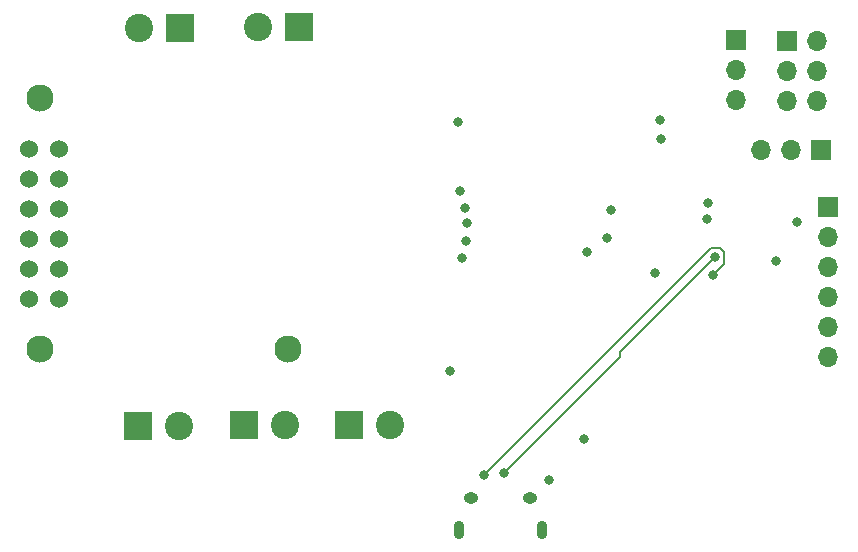
<source format=gbr>
%TF.GenerationSoftware,KiCad,Pcbnew,(6.0.0-0)*%
%TF.CreationDate,2022-09-02T11:48:13-04:00*%
%TF.ProjectId,Dome_Controller,446f6d65-5f43-46f6-9e74-726f6c6c6572,rev?*%
%TF.SameCoordinates,Original*%
%TF.FileFunction,Copper,L3,Inr*%
%TF.FilePolarity,Positive*%
%FSLAX46Y46*%
G04 Gerber Fmt 4.6, Leading zero omitted, Abs format (unit mm)*
G04 Created by KiCad (PCBNEW (6.0.0-0)) date 2022-09-02 11:48:13*
%MOMM*%
%LPD*%
G01*
G04 APERTURE LIST*
%TA.AperFunction,ComponentPad*%
%ADD10R,2.400000X2.400000*%
%TD*%
%TA.AperFunction,ComponentPad*%
%ADD11C,2.400000*%
%TD*%
%TA.AperFunction,ComponentPad*%
%ADD12O,0.890000X1.550000*%
%TD*%
%TA.AperFunction,ComponentPad*%
%ADD13O,1.250000X0.950000*%
%TD*%
%TA.AperFunction,ComponentPad*%
%ADD14R,1.700000X1.700000*%
%TD*%
%TA.AperFunction,ComponentPad*%
%ADD15O,1.700000X1.700000*%
%TD*%
%TA.AperFunction,ComponentPad*%
%ADD16C,1.524000*%
%TD*%
%TA.AperFunction,ComponentPad*%
%ADD17C,2.300000*%
%TD*%
%TA.AperFunction,ViaPad*%
%ADD18C,0.800000*%
%TD*%
%TA.AperFunction,Conductor*%
%ADD19C,0.200000*%
%TD*%
G04 APERTURE END LIST*
D10*
%TO.N,GND*%
%TO.C,J5*%
X87780000Y-66000000D03*
D11*
%TO.N,+12V*%
X84280000Y-66000000D03*
%TD*%
D10*
%TO.N,GND*%
%TO.C,J8*%
X93190000Y-99570000D03*
D11*
%TO.N,+5V*%
X96690000Y-99570000D03*
%TD*%
D12*
%TO.N,unconnected-(J1-Pad6)*%
%TO.C,J1*%
X118400000Y-108450000D03*
D13*
X117400000Y-105750000D03*
X112400000Y-105750000D03*
D12*
X111400000Y-108450000D03*
%TD*%
D10*
%TO.N,GND*%
%TO.C,J9*%
X102060000Y-99570000D03*
D11*
%TO.N,+5V*%
X105560000Y-99570000D03*
%TD*%
D14*
%TO.N,GND*%
%TO.C,J3*%
X139210000Y-67040000D03*
D15*
X141750000Y-67040000D03*
%TO.N,RX_RS*%
X139210000Y-69580000D03*
%TO.N,RX_HP*%
X141750000Y-69580000D03*
%TO.N,TX_RS*%
X139210000Y-72120000D03*
%TO.N,TX_HP*%
X141750000Y-72120000D03*
%TD*%
D14*
%TO.N,GND*%
%TO.C,J2*%
X142610000Y-81150000D03*
D15*
%TO.N,unconnected-(J2-Pad2)*%
X142610000Y-83690000D03*
%TO.N,SCL*%
X142610000Y-86230000D03*
%TO.N,SDA*%
X142610000Y-88770000D03*
%TO.N,+3.3V*%
X142610000Y-91310000D03*
%TO.N,+5V*%
X142610000Y-93850000D03*
%TD*%
D14*
%TO.N,GND*%
%TO.C,J4*%
X142050000Y-76320000D03*
D15*
%TO.N,+5V*%
X139510000Y-76320000D03*
%TO.N,CL_D*%
X136970000Y-76320000D03*
%TD*%
D14*
%TO.N,GND*%
%TO.C,J10*%
X134870000Y-67020000D03*
D15*
%TO.N,RX_FU*%
X134870000Y-69560000D03*
%TO.N,TX_FU*%
X134870000Y-72100000D03*
%TD*%
D10*
%TO.N,GND*%
%TO.C,J7*%
X84230000Y-99650000D03*
D11*
%TO.N,+5V*%
X87730000Y-99650000D03*
%TD*%
D16*
%TO.N,+5V*%
%TO.C,U6*%
X75035000Y-76185000D03*
%TO.N,GND*%
X75035000Y-78725000D03*
X75035000Y-81265000D03*
%TO.N,+12V*%
X75035000Y-83805000D03*
%TO.N,unconnected-(U6-Pad5)*%
X75035000Y-86345000D03*
%TO.N,unconnected-(U6-Pad6)*%
X75035000Y-88885000D03*
%TO.N,unconnected-(U6-Pad7)*%
X77575000Y-88885000D03*
%TO.N,unconnected-(U6-Pad8)*%
X77575000Y-86345000D03*
%TO.N,+12V*%
X77575000Y-83805000D03*
%TO.N,GND*%
X77575000Y-81265000D03*
X77575000Y-78725000D03*
%TO.N,+5V*%
X77575000Y-76185000D03*
D17*
%TO.N,N/C*%
X75965000Y-71935000D03*
X75965000Y-93135000D03*
X96965000Y-93135000D03*
%TD*%
D10*
%TO.N,GND*%
%TO.C,J6*%
X97850000Y-65930000D03*
D11*
%TO.N,+12V*%
X94350000Y-65930000D03*
%TD*%
D18*
%TO.N,RX_FU*%
X111650000Y-85410000D03*
%TO.N,D-*%
X132870000Y-86910000D03*
X113545000Y-103815000D03*
%TO.N,D+*%
X133110000Y-85340000D03*
X115200000Y-103660000D03*
%TO.N,+5V*%
X118995000Y-104205000D03*
%TO.N,RX_RS*%
X111490000Y-79760000D03*
%TO.N,RX_HP*%
X122220000Y-84920000D03*
%TO.N,TX_RS*%
X111890000Y-81220000D03*
%TO.N,TX_HP*%
X123940000Y-83780000D03*
%TO.N,CL_D*%
X112090000Y-82520000D03*
%TO.N,ST_LED_D*%
X124270000Y-81410000D03*
X122020000Y-100770000D03*
%TO.N,TX_FU*%
X111960000Y-84020000D03*
%TO.N,GPIO0*%
X127970000Y-86730000D03*
X138230000Y-85740000D03*
%TO.N,TXD0*%
X128480000Y-75350000D03*
X132412337Y-82183784D03*
%TO.N,RXD0*%
X132480000Y-80810000D03*
X128400000Y-73720000D03*
%TO.N,RESET*%
X110635000Y-95045000D03*
X111280000Y-73950000D03*
X140055000Y-82385000D03*
%TD*%
D19*
%TO.N,D-*%
X132870000Y-86910000D02*
X133809511Y-85970489D01*
X133480489Y-84640489D02*
X132719511Y-84640489D01*
X132719511Y-84640489D02*
X113545000Y-103815000D01*
X133809511Y-85970489D02*
X133809511Y-84969511D01*
X133809511Y-84969511D02*
X133480489Y-84640489D01*
%TO.N,D+*%
X125030000Y-93830000D02*
X115200000Y-103660000D01*
X125030000Y-93420000D02*
X125030000Y-93830000D01*
X133110000Y-85340000D02*
X125030000Y-93420000D01*
%TD*%
M02*

</source>
